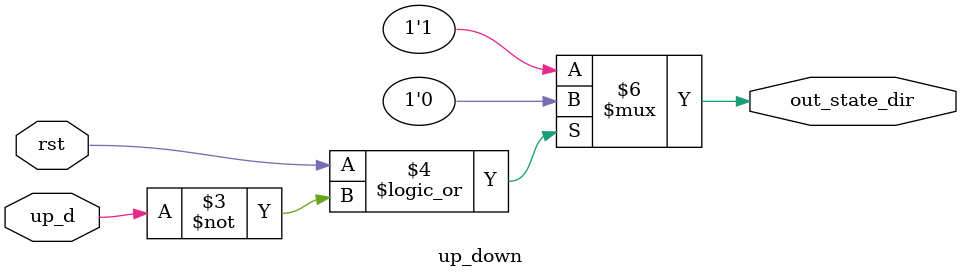
<source format=v>
module up_down(rst,up_d,out_state_dir);
//up==0,down==1
input rst,up_d;
output out_state_dir;
reg out_state_dir;
always@(rst or up_d)
begin
if(rst==1||up_d==0)
out_state_dir=0;
else
out_state_dir=1;
end
endmodule
</source>
